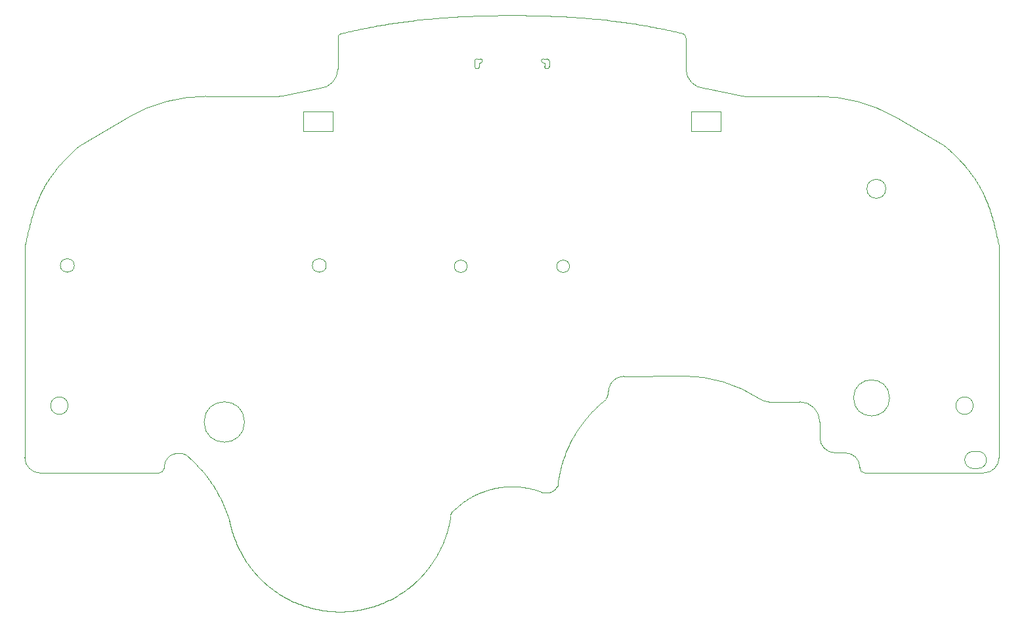
<source format=gbr>
%TF.GenerationSoftware,KiCad,Pcbnew,7.0.6*%
%TF.CreationDate,2023-11-08T16:21:37-08:00*%
%TF.ProjectId,UGC_Main,5547435f-4d61-4696-9e2e-6b696361645f,rev?*%
%TF.SameCoordinates,Original*%
%TF.FileFunction,Profile,NP*%
%FSLAX46Y46*%
G04 Gerber Fmt 4.6, Leading zero omitted, Abs format (unit mm)*
G04 Created by KiCad (PCBNEW 7.0.6) date 2023-11-08 16:21:37*
%MOMM*%
%LPD*%
G01*
G04 APERTURE LIST*
%TA.AperFunction,Profile*%
%ADD10C,0.100000*%
%TD*%
%ADD11C,0.100000*%
%TA.AperFunction,Profile*%
%ADD12C,0.010000*%
%TD*%
G04 APERTURE END LIST*
D10*
X251699065Y-133907489D02*
X255662403Y-133907489D01*
X278062403Y-140310367D02*
X278662403Y-140310367D01*
X278069472Y-134406457D02*
G75*
G03*
X278069472Y-134406457I-1125000J0D01*
G01*
X173050054Y-143100054D02*
G75*
G03*
X173700054Y-142450034I-54J650054D01*
G01*
D11*
X209800390Y-151813037D02*
X209838591Y-151714319D01*
X209876062Y-151615343D01*
X209912800Y-151516115D01*
X209948805Y-151416637D01*
X209984076Y-151316914D01*
X210018612Y-151216950D01*
X210052411Y-151116749D01*
X210085473Y-151016315D01*
X210117796Y-150915653D01*
X210149379Y-150814766D01*
X210180221Y-150713659D01*
X210210321Y-150612335D01*
X210239679Y-150510799D01*
X210268292Y-150409055D01*
X210296160Y-150307108D01*
X210323282Y-150204960D01*
X210349657Y-150102616D01*
X210375283Y-150000081D01*
X210400159Y-149897359D01*
X210424285Y-149794453D01*
X210447659Y-149691368D01*
X210470280Y-149588107D01*
X210492147Y-149484676D01*
X210513259Y-149381077D01*
X210533615Y-149277316D01*
X210553214Y-149173396D01*
X210572055Y-149069321D01*
X210590136Y-148965096D01*
X210607456Y-148860725D01*
X210624015Y-148756211D01*
X210639812Y-148651559D01*
X210654845Y-148546774D01*
X281400613Y-113949997D02*
X281349553Y-113695303D01*
X281298583Y-113445263D01*
X281247657Y-113199768D01*
X281196728Y-112958707D01*
X281145751Y-112721972D01*
X281094679Y-112489454D01*
X281043468Y-112261043D01*
X280992071Y-112036629D01*
X280940442Y-111816105D01*
X280888535Y-111599360D01*
X280836306Y-111386285D01*
X280783707Y-111176771D01*
X280730692Y-110970709D01*
X280677217Y-110767989D01*
X280623235Y-110568503D01*
X280568700Y-110372140D01*
X280513567Y-110178792D01*
X280457789Y-109988349D01*
X280401322Y-109800703D01*
X280344118Y-109615743D01*
X280286132Y-109433361D01*
X280227318Y-109253447D01*
X280167630Y-109075893D01*
X280107024Y-108900588D01*
X280045451Y-108727423D01*
X279982868Y-108556290D01*
X279919227Y-108387080D01*
X279854483Y-108219681D01*
X279788591Y-108053987D01*
X279721504Y-107889886D01*
X279653176Y-107727271D01*
X279583563Y-107566032D01*
D10*
X248161074Y-94433829D02*
X243736026Y-93506106D01*
X245462403Y-99013597D02*
X241662403Y-99013597D01*
D11*
X193399345Y-160699358D02*
X193572673Y-160734286D01*
X193746316Y-160767077D01*
X193920254Y-160797731D01*
X194094469Y-160826248D01*
X194268939Y-160852627D01*
X194443646Y-160876867D01*
X194618570Y-160898968D01*
X194793692Y-160918929D01*
X194968992Y-160936751D01*
X195144450Y-160952433D01*
X195320046Y-160965973D01*
X195495762Y-160977373D01*
X195671578Y-160986631D01*
X195847474Y-160993746D01*
X196023430Y-160998720D01*
X196199428Y-161001550D01*
X196375446Y-161002237D01*
X196551467Y-161000780D01*
X196727470Y-160997178D01*
X196903435Y-160991432D01*
X197079344Y-160983541D01*
X197255176Y-160973504D01*
X197430912Y-160961320D01*
X197606533Y-160946991D01*
X197782018Y-160930514D01*
X197957349Y-160911890D01*
X198132505Y-160891118D01*
X198307468Y-160868197D01*
X198482217Y-160843128D01*
X198656733Y-160815910D01*
X198830997Y-160786542D01*
X199004989Y-160755024D01*
D10*
X157724193Y-143100034D02*
X173050054Y-143100034D01*
D11*
X214248007Y-145744632D02*
X214367138Y-145693026D01*
X214486824Y-145642905D01*
X214607049Y-145594271D01*
X214727801Y-145547127D01*
X214849064Y-145501477D01*
X214970826Y-145457324D01*
X215093071Y-145414671D01*
X215215785Y-145373521D01*
X215338956Y-145333876D01*
X215462568Y-145295742D01*
X215586607Y-145259120D01*
X215711060Y-145224014D01*
X215835912Y-145190426D01*
X215961149Y-145158361D01*
X216086758Y-145127821D01*
X216212724Y-145098810D01*
X216339033Y-145071330D01*
X216465671Y-145045385D01*
X216592623Y-145020978D01*
X216719877Y-144998112D01*
X216847418Y-144976791D01*
X216975231Y-144957017D01*
X217103304Y-144938793D01*
X217231621Y-144922124D01*
X217360168Y-144907011D01*
X217488932Y-144893459D01*
X217617898Y-144881470D01*
X217747053Y-144871047D01*
X217876383Y-144862194D01*
X218005872Y-144854914D01*
X218135508Y-144849210D01*
X218265276Y-144845086D01*
D10*
X230850976Y-133289438D02*
X231048517Y-132244219D01*
D11*
X279583563Y-107566032D02*
X279509529Y-107399188D01*
X279431572Y-107228492D01*
X279349422Y-107053974D01*
X279262810Y-106875666D01*
X279217746Y-106785100D01*
X279171465Y-106693598D01*
X279123933Y-106601165D01*
X279075117Y-106507802D01*
X279024983Y-106413516D01*
X278973496Y-106318309D01*
X278920624Y-106222185D01*
X278866333Y-106125148D01*
X278810588Y-106027203D01*
X278753356Y-105928352D01*
X278694603Y-105828600D01*
X278634297Y-105727951D01*
X278572401Y-105626408D01*
X278508884Y-105523976D01*
X278443711Y-105420657D01*
X278376849Y-105316457D01*
X278308263Y-105211379D01*
X278237921Y-105105427D01*
X278165787Y-104998605D01*
X278091830Y-104890916D01*
X278016014Y-104782364D01*
X277938306Y-104672954D01*
X277858672Y-104562689D01*
X277777079Y-104451574D01*
D10*
X248161075Y-94433823D02*
G75*
G03*
X248571458Y-94476386I410425J1957523D01*
G01*
D11*
X218562403Y-84017762D02*
X218167786Y-84017926D01*
X217771966Y-84019234D01*
X217375012Y-84021713D01*
X216976992Y-84025385D01*
X216577974Y-84030275D01*
X216178025Y-84036409D01*
X215777214Y-84043810D01*
X215375610Y-84052503D01*
X214973280Y-84062512D01*
X214570292Y-84073863D01*
X214166715Y-84086579D01*
X213762616Y-84100686D01*
X213358064Y-84116207D01*
X212953127Y-84133167D01*
X212547872Y-84151592D01*
X212142369Y-84171504D01*
X211736685Y-84192930D01*
X211330888Y-84215893D01*
X210925047Y-84240418D01*
X210519229Y-84266529D01*
X210113503Y-84294251D01*
X209707936Y-84323609D01*
X209302598Y-84354627D01*
X208897555Y-84387330D01*
X208492876Y-84421742D01*
X208088630Y-84457888D01*
X207684884Y-84495791D01*
X207281706Y-84535478D01*
X206879165Y-84576972D01*
X206477328Y-84620298D01*
X206076264Y-84665480D01*
X205676042Y-84712544D01*
D10*
X155724193Y-113949997D02*
X155724193Y-141100034D01*
X193695232Y-93466257D02*
G75*
G03*
X196118511Y-90913597I-132832J2552657D01*
G01*
X233001720Y-130615669D02*
G75*
G03*
X231048517Y-132244219I11980J-1999931D01*
G01*
D11*
X199004989Y-160755024D02*
X199177997Y-160721493D01*
X199350488Y-160685873D01*
X199522441Y-160648171D01*
X199693841Y-160608395D01*
X199864667Y-160566551D01*
X200034903Y-160522648D01*
X200204529Y-160476692D01*
X200373528Y-160428691D01*
X200541882Y-160378652D01*
X200709571Y-160326583D01*
X200876579Y-160272491D01*
X201042887Y-160216383D01*
X201208477Y-160158267D01*
X201373330Y-160098151D01*
X201537429Y-160036041D01*
X201700755Y-159971945D01*
X201863290Y-159905870D01*
X202025016Y-159837824D01*
X202185915Y-159767814D01*
X202345968Y-159695848D01*
X202505158Y-159621932D01*
X202663466Y-159546075D01*
X202820874Y-159468283D01*
X202977364Y-159388565D01*
X203132917Y-159306927D01*
X203287516Y-159223376D01*
X203441142Y-159137921D01*
X203593778Y-159050568D01*
X203745404Y-158961325D01*
X203896003Y-158870200D01*
X204045557Y-158777199D01*
X204194048Y-158682331D01*
D10*
X169129196Y-97141580D02*
X162926493Y-100710882D01*
X162112726Y-116301784D02*
G75*
G03*
X162112726Y-116301784I-900000J0D01*
G01*
X184068511Y-136513597D02*
G75*
G03*
X184068511Y-136513597I-2606108J0D01*
G01*
X193695232Y-93466251D02*
G75*
G03*
X193388780Y-93506107I103768J-1995949D01*
G01*
X241662403Y-96413597D02*
X245462403Y-96413597D01*
X179104390Y-94476370D02*
G75*
G03*
X169129196Y-97141580I10J-19999930D01*
G01*
X182152676Y-149391293D02*
G75*
G03*
X182133834Y-149316484I-784876J-157907D01*
G01*
X230667267Y-133590775D02*
G75*
G03*
X230850976Y-133289438I-307567J394175D01*
G01*
D11*
X179050952Y-143359429D02*
X179159315Y-143499694D01*
X179267654Y-143642810D01*
X179375893Y-143788789D01*
X179483958Y-143937641D01*
X179591772Y-144089377D01*
X179699262Y-144244009D01*
X179806352Y-144401546D01*
X179912967Y-144562000D01*
X180019031Y-144725382D01*
X180124470Y-144891703D01*
X180229208Y-145060974D01*
X180333170Y-145233206D01*
X180436282Y-145408409D01*
X180538468Y-145586595D01*
X180639653Y-145767775D01*
X180739761Y-145951960D01*
X180838718Y-146139160D01*
X180936449Y-146329387D01*
X181032878Y-146522651D01*
X181127931Y-146718964D01*
X181221532Y-146918336D01*
X181313605Y-147120778D01*
X181404077Y-147326302D01*
X181492872Y-147534918D01*
X181579914Y-147746637D01*
X181665129Y-147961471D01*
X181748441Y-148179429D01*
X181829776Y-148400524D01*
X181909057Y-148624766D01*
X181986211Y-148852166D01*
X182061162Y-149082735D01*
X182133835Y-149316484D01*
D10*
X278662403Y-142516833D02*
G75*
G03*
X278662403Y-140310367I-3J1103233D01*
G01*
X279400613Y-143100013D02*
G75*
G03*
X281400613Y-141100034I-13J2000013D01*
G01*
X225984198Y-116413597D02*
G75*
G03*
X225984198Y-116413597I-821795J0D01*
G01*
D11*
X205676042Y-84712544D02*
X205330995Y-84754711D01*
X204989958Y-84797827D01*
X204652915Y-84841854D01*
X204319850Y-84886754D01*
X203990748Y-84932488D01*
X203665594Y-84979020D01*
X203344372Y-85026310D01*
X203027067Y-85074320D01*
X202713663Y-85123014D01*
X202404146Y-85172351D01*
X202098499Y-85222296D01*
X201796707Y-85272809D01*
X201498756Y-85323852D01*
X201204629Y-85375387D01*
X200914312Y-85427377D01*
X200627788Y-85479783D01*
X200345043Y-85532568D01*
X200066061Y-85585692D01*
X199790826Y-85639119D01*
X199519324Y-85692809D01*
X199251540Y-85746726D01*
X198987456Y-85800831D01*
X198727059Y-85855086D01*
X198470333Y-85909452D01*
X198217263Y-85963892D01*
X197967832Y-86018369D01*
X197722027Y-86072843D01*
X197479831Y-86127276D01*
X197241229Y-86181631D01*
X197006205Y-86235870D01*
X196774745Y-86289955D01*
X196546833Y-86343847D01*
D10*
X245462403Y-96413597D02*
X245462403Y-99013597D01*
X155724166Y-141100034D02*
G75*
G03*
X157724193Y-143100034I2000034J34D01*
G01*
X258268511Y-136513597D02*
G75*
G03*
X255662403Y-133907489I-2606111J-3D01*
G01*
D11*
X231448764Y-84712544D02*
X231048541Y-84665480D01*
X230647477Y-84620298D01*
X230245640Y-84576972D01*
X229843099Y-84535478D01*
X229439921Y-84495791D01*
X229036175Y-84457888D01*
X228631929Y-84421742D01*
X228227250Y-84387330D01*
X227822207Y-84354627D01*
X227416869Y-84323609D01*
X227011302Y-84294251D01*
X226605576Y-84266529D01*
X226199758Y-84240418D01*
X225793917Y-84215893D01*
X225388120Y-84192930D01*
X224982436Y-84171504D01*
X224576933Y-84151592D01*
X224171678Y-84133167D01*
X223766741Y-84116207D01*
X223362189Y-84100686D01*
X222958090Y-84086579D01*
X222554513Y-84073863D01*
X222151525Y-84062512D01*
X221749195Y-84052503D01*
X221347591Y-84043810D01*
X220946780Y-84036409D01*
X220546831Y-84030275D01*
X220147813Y-84025385D01*
X219749793Y-84021713D01*
X219352839Y-84019234D01*
X218957019Y-84017926D01*
X218562403Y-84017762D01*
X277777079Y-104451574D02*
X277680774Y-104322742D01*
X277583164Y-104194604D01*
X277484280Y-104067168D01*
X277384151Y-103940440D01*
X277282808Y-103814429D01*
X277180281Y-103689143D01*
X277076600Y-103564588D01*
X276971796Y-103440772D01*
X276865899Y-103317704D01*
X276758940Y-103195390D01*
X276650948Y-103073839D01*
X276541954Y-102953057D01*
X276431988Y-102833053D01*
X276321081Y-102713835D01*
X276209263Y-102595409D01*
X276096564Y-102477784D01*
X275983014Y-102360967D01*
X275868644Y-102244966D01*
X275753484Y-102129788D01*
X275637565Y-102015442D01*
X275520916Y-101901934D01*
X275403568Y-101789272D01*
X275285552Y-101677464D01*
X275166897Y-101566518D01*
X275047634Y-101456441D01*
X274927793Y-101347241D01*
X274807405Y-101238925D01*
X274686500Y-101131502D01*
X274565107Y-101024978D01*
X274443259Y-100919362D01*
X274320984Y-100814660D01*
X274198313Y-100710882D01*
D10*
X263424752Y-142350034D02*
G75*
G03*
X261575267Y-140500548I-1849452J34D01*
G01*
X278062403Y-140310373D02*
G75*
G03*
X278062403Y-142516827I-3J-1103227D01*
G01*
D11*
X173901754Y-141510152D02*
X173951968Y-141416538D01*
X174007543Y-141326233D01*
X174068294Y-141239447D01*
X174134036Y-141156388D01*
X174204584Y-141077264D01*
X174279755Y-141002285D01*
X174311076Y-140973501D01*
D10*
X191662403Y-96413597D02*
X195462403Y-96413597D01*
D11*
X176269159Y-140646623D02*
X176372016Y-140693619D01*
X176471649Y-140746754D01*
X176567778Y-140805880D01*
X176660125Y-140870849D01*
X176748413Y-140941515D01*
X176776892Y-140966311D01*
D10*
X267995607Y-97141585D02*
G75*
G03*
X258020416Y-94476386I-9975207J-17334815D01*
G01*
D11*
X240577973Y-86343847D02*
X240350060Y-86289955D01*
X240118600Y-86235870D01*
X239883576Y-86181631D01*
X239644974Y-86127276D01*
X239402778Y-86072843D01*
X239156973Y-86018369D01*
X238907542Y-85963892D01*
X238654472Y-85909452D01*
X238397746Y-85855086D01*
X238137349Y-85800831D01*
X237873265Y-85746726D01*
X237605481Y-85692809D01*
X237333979Y-85639119D01*
X237058744Y-85585692D01*
X236779762Y-85532568D01*
X236497017Y-85479783D01*
X236210493Y-85427377D01*
X235920176Y-85375387D01*
X235626049Y-85323852D01*
X235328098Y-85272809D01*
X235026306Y-85222296D01*
X234720659Y-85172351D01*
X234411142Y-85123014D01*
X234097738Y-85074320D01*
X233780433Y-85026310D01*
X233459211Y-84979020D01*
X233134057Y-84932488D01*
X232804955Y-84886754D01*
X232471890Y-84841854D01*
X232134847Y-84797827D01*
X231793810Y-84754711D01*
X231448764Y-84712544D01*
X175701625Y-140507849D02*
X175811103Y-140520116D01*
X175919481Y-140538804D01*
X176026475Y-140563848D01*
X176131803Y-140595181D01*
X176235181Y-140632734D01*
X176269159Y-140646623D01*
D10*
X161305334Y-134406457D02*
G75*
G03*
X161305334Y-134406457I-1125000J0D01*
G01*
X191662403Y-99013597D02*
X191662403Y-96413597D01*
D11*
X224432545Y-144857752D02*
X224454221Y-144658349D01*
X224478315Y-144459359D01*
X224504821Y-144260802D01*
X224533731Y-144062698D01*
X224565040Y-143865067D01*
X224598741Y-143667928D01*
X224634830Y-143471301D01*
X224673298Y-143275206D01*
X224714141Y-143079663D01*
X224757352Y-142884692D01*
X224802924Y-142690313D01*
X224850853Y-142496545D01*
X224901131Y-142303408D01*
X224953752Y-142110922D01*
X225008711Y-141919106D01*
X225066000Y-141727982D01*
X225125615Y-141537568D01*
X225187549Y-141347884D01*
X225251795Y-141158951D01*
X225318347Y-140970787D01*
X225387200Y-140783413D01*
X225458347Y-140596849D01*
X225531782Y-140411114D01*
X225607499Y-140226229D01*
X225685492Y-140042212D01*
X225765754Y-139859085D01*
X225848280Y-139676866D01*
X225933063Y-139495576D01*
X226020097Y-139315234D01*
X226109376Y-139135860D01*
X226200893Y-138957474D01*
X226294644Y-138780097D01*
D10*
X173901764Y-141510157D02*
G75*
G03*
X173700054Y-142350034I1647536J-839843D01*
G01*
X243736028Y-93506099D02*
G75*
G03*
X243429574Y-93466252I-410328J-1957401D01*
G01*
D11*
X208210562Y-154793847D02*
X208270668Y-154706626D01*
X208330122Y-154618986D01*
X208388921Y-154530929D01*
X208447064Y-154442460D01*
X208504548Y-154353582D01*
X208561372Y-154264299D01*
X208617533Y-154174615D01*
X208673029Y-154084534D01*
X208727859Y-153994058D01*
X208782020Y-153903193D01*
X208835511Y-153811941D01*
X208888329Y-153720307D01*
X208940472Y-153628294D01*
X208991939Y-153535905D01*
X209042728Y-153443146D01*
X209092836Y-153350018D01*
X209142261Y-153256527D01*
X209191002Y-153162676D01*
X209239057Y-153068468D01*
X209286423Y-152973908D01*
X209333098Y-152878999D01*
X209379082Y-152783744D01*
X209424370Y-152688148D01*
X209468962Y-152592215D01*
X209512856Y-152495947D01*
X209556050Y-152399349D01*
X209598541Y-152302425D01*
X209640327Y-152205178D01*
X209681407Y-152107612D01*
X209721779Y-152009730D01*
X209761440Y-151911537D01*
X209800390Y-151813037D01*
D10*
X210870983Y-148102507D02*
G75*
G03*
X210654844Y-148546773I576317J-555093D01*
G01*
X195462403Y-99013597D02*
X191662403Y-99013597D01*
D11*
X228209844Y-135957404D02*
X228278948Y-135875944D01*
X228348579Y-135794938D01*
X228418734Y-135714389D01*
X228489411Y-135634301D01*
X228560606Y-135554675D01*
X228632315Y-135475516D01*
X228704536Y-135396825D01*
X228777266Y-135318607D01*
X228850501Y-135240864D01*
X228924238Y-135163598D01*
X228998475Y-135086814D01*
X229073208Y-135010514D01*
X229148434Y-134934701D01*
X229224150Y-134859378D01*
X229300352Y-134784547D01*
X229377039Y-134710213D01*
X229454206Y-134636378D01*
X229531850Y-134563045D01*
X229609969Y-134490217D01*
X229688559Y-134417897D01*
X229767618Y-134346088D01*
X229847141Y-134274793D01*
X229927126Y-134204015D01*
X230007570Y-134133758D01*
X230088470Y-134064023D01*
X230169822Y-133994814D01*
X230251624Y-133926134D01*
X230333872Y-133857986D01*
X230416564Y-133790373D01*
X230499695Y-133723298D01*
X230583264Y-133656764D01*
X230667267Y-133590775D01*
D10*
X188553348Y-94476386D02*
X179104390Y-94476386D01*
X250594279Y-133574672D02*
G75*
G03*
X240513135Y-130570572I-9972779J-15049428D01*
G01*
X281400613Y-141100034D02*
X281400613Y-113949997D01*
X188553348Y-94476385D02*
G75*
G03*
X188963732Y-94433828I52J1999485D01*
G01*
X212784198Y-116413597D02*
G75*
G03*
X212784198Y-116413597I-821795J0D01*
G01*
X196546840Y-86343865D02*
G75*
G03*
X196118511Y-86959509I228260J-615635D01*
G01*
D11*
X218265276Y-144845086D02*
X218403763Y-144842431D01*
X218542232Y-144841578D01*
X218680666Y-144842527D01*
X218819047Y-144845275D01*
X218957358Y-144849822D01*
X219095580Y-144856166D01*
X219233696Y-144864305D01*
X219371690Y-144874239D01*
X219509542Y-144885965D01*
X219647236Y-144899482D01*
X219784753Y-144914789D01*
X219922077Y-144931885D01*
X220059190Y-144950768D01*
X220196074Y-144971436D01*
X220332712Y-144993889D01*
X220469086Y-145018125D01*
D10*
X260268511Y-140500548D02*
X261575267Y-140500548D01*
D11*
X210870964Y-148102489D02*
X210961642Y-148009489D01*
X211053397Y-147917653D01*
X211146217Y-147826988D01*
X211240090Y-147737503D01*
X211335004Y-147649207D01*
X211430947Y-147562107D01*
X211527908Y-147476212D01*
X211625874Y-147391530D01*
X211724834Y-147308069D01*
X211824776Y-147225838D01*
X211925688Y-147144845D01*
X212027558Y-147065098D01*
X212130375Y-146986606D01*
X212234126Y-146909377D01*
X212338801Y-146833418D01*
X212444386Y-146758739D01*
X212550870Y-146685348D01*
X212658242Y-146613252D01*
X212766490Y-146542461D01*
X212875601Y-146472983D01*
X212985564Y-146404825D01*
X213096368Y-146337996D01*
X213207999Y-146272505D01*
X213320448Y-146208359D01*
X213433700Y-146145567D01*
X213547746Y-146084138D01*
X213662572Y-146024079D01*
X213778168Y-145965398D01*
X213894521Y-145908105D01*
X214011620Y-145852208D01*
X214129452Y-145797714D01*
X214248007Y-145744632D01*
D10*
X278662403Y-142516827D02*
X278062403Y-142516827D01*
X263424766Y-142450034D02*
G75*
G03*
X264074752Y-143100034I650034J34D01*
G01*
X173700054Y-142450034D02*
X173700054Y-142350034D01*
D11*
X182152678Y-149391293D02*
X182188541Y-149564106D01*
X182226489Y-149736370D01*
X182266516Y-149908066D01*
X182308613Y-150079177D01*
X182352774Y-150249684D01*
X182398990Y-150419570D01*
X182447255Y-150588816D01*
X182497561Y-150757405D01*
X182549901Y-150925319D01*
X182604267Y-151092540D01*
X182660652Y-151259049D01*
X182719048Y-151424828D01*
X182779448Y-151589861D01*
X182841845Y-151754129D01*
X182906231Y-151917613D01*
X182972598Y-152080296D01*
X183040940Y-152242160D01*
X183111249Y-152403187D01*
X183183518Y-152563359D01*
X183257738Y-152722658D01*
X183333903Y-152881066D01*
X183412006Y-153038565D01*
X183492038Y-153195137D01*
X183573993Y-153350765D01*
X183657863Y-153505429D01*
X183743641Y-153659113D01*
X183831319Y-153811798D01*
X183920889Y-153963466D01*
X184012345Y-154114099D01*
X184105679Y-154263680D01*
X184200884Y-154412190D01*
X184297952Y-154559612D01*
D10*
X241006295Y-90913597D02*
X241006295Y-86959509D01*
X241006310Y-86959509D02*
G75*
G03*
X240577973Y-86343847I-656610J9D01*
G01*
X258268511Y-136513597D02*
X258268511Y-138500548D01*
X196118511Y-86959509D02*
X196118511Y-90913597D01*
X241662403Y-99013597D02*
X241662403Y-96413597D01*
D11*
X220469086Y-145018125D02*
X220605407Y-145044187D01*
X220741336Y-145072017D01*
X220876857Y-145101608D01*
X221011952Y-145132955D01*
X221146603Y-145166054D01*
X221280796Y-145200900D01*
X221414511Y-145237488D01*
X221547733Y-145275812D01*
X221680445Y-145315868D01*
X221812629Y-145357651D01*
X221944269Y-145401155D01*
X222075348Y-145446375D01*
X222205848Y-145493308D01*
X222335754Y-145541947D01*
X222465048Y-145592287D01*
X222593713Y-145644325D01*
X204194048Y-158682331D02*
X204341454Y-158585602D01*
X204487590Y-158487137D01*
X204632439Y-158386950D01*
X204775989Y-158285054D01*
X204918225Y-158181462D01*
X205059133Y-158076189D01*
X205198699Y-157969249D01*
X205336908Y-157860654D01*
X205473748Y-157750419D01*
X205609204Y-157638558D01*
X205743261Y-157525083D01*
X205875906Y-157410010D01*
X206007124Y-157293351D01*
X206136902Y-157175120D01*
X206265226Y-157055332D01*
X206392081Y-156933999D01*
X206517454Y-156811135D01*
X206641329Y-156686755D01*
X206763694Y-156560872D01*
X206884534Y-156433499D01*
X207003836Y-156304650D01*
X207121584Y-156174340D01*
X207237765Y-156042581D01*
X207352366Y-155909388D01*
X207465371Y-155774774D01*
X207576767Y-155638753D01*
X207686539Y-155501339D01*
X207794675Y-155362545D01*
X207901159Y-155222385D01*
X208005977Y-155080873D01*
X208109116Y-154938022D01*
X208210562Y-154793847D01*
X176776892Y-140966311D02*
X176899462Y-141076212D01*
X177019102Y-141185295D01*
X177135774Y-141293417D01*
X177249438Y-141400430D01*
X177360054Y-141506192D01*
X177467583Y-141610557D01*
X177571986Y-141713380D01*
X177673223Y-141814516D01*
X177771256Y-141913822D01*
X177866044Y-142011151D01*
X177957548Y-142106360D01*
X178045730Y-142199303D01*
X178130549Y-142289835D01*
X178211967Y-142377813D01*
X178289943Y-142463090D01*
X178364439Y-142545523D01*
X178435416Y-142624967D01*
X178502834Y-142701276D01*
X178626834Y-142843912D01*
X178736127Y-142972274D01*
X178830397Y-143085203D01*
X178909329Y-143181542D01*
X178972608Y-143260131D01*
X179037491Y-143342201D01*
X179050952Y-143359429D01*
D10*
X233001720Y-130615670D02*
X240513135Y-130570572D01*
D11*
X174311076Y-140973501D02*
X174396363Y-140901522D01*
X174485825Y-140834925D01*
X174579246Y-140773844D01*
X174632779Y-140742342D01*
D10*
X266784875Y-106413597D02*
G75*
G03*
X266784875Y-106413597I-1222472J0D01*
G01*
X194611677Y-116301784D02*
G75*
G03*
X194611677Y-116301784I-900000J0D01*
G01*
X274198313Y-100710882D02*
X267995610Y-97141580D01*
D11*
X184297952Y-154559612D02*
X184396601Y-154705526D01*
X184496965Y-154850146D01*
X184599030Y-154993460D01*
X184702783Y-155135453D01*
X184808210Y-155276111D01*
X184915296Y-155415421D01*
X185024027Y-155553370D01*
X185134390Y-155689943D01*
X185246371Y-155825127D01*
X185359956Y-155958908D01*
X185475130Y-156091272D01*
X185591881Y-156222206D01*
X185710194Y-156351697D01*
X185830055Y-156479730D01*
X185951450Y-156606292D01*
X186074366Y-156731369D01*
X186198788Y-156854947D01*
X186324702Y-156977013D01*
X186452095Y-157097553D01*
X186580953Y-157216554D01*
X186711261Y-157334002D01*
X186843007Y-157449882D01*
X186976175Y-157564182D01*
X187110752Y-157676888D01*
X187246725Y-157787985D01*
X187384078Y-157897461D01*
X187522799Y-158005302D01*
X187662873Y-158111494D01*
X187804287Y-158216023D01*
X187947026Y-158318876D01*
X188091076Y-158420039D01*
X188236425Y-158519499D01*
X226294644Y-138780097D02*
X226345368Y-138686256D01*
X226396702Y-138592742D01*
X226448643Y-138499559D01*
X226501189Y-138406710D01*
X226554338Y-138314199D01*
X226608089Y-138222029D01*
X226662437Y-138130205D01*
X226717383Y-138038730D01*
X226772924Y-137947607D01*
X226829058Y-137856840D01*
X226885782Y-137766433D01*
X226943095Y-137676389D01*
X227000994Y-137586712D01*
X227059479Y-137497406D01*
X227118546Y-137408474D01*
X227178193Y-137319920D01*
X227238419Y-137231747D01*
X227299221Y-137143960D01*
X227360598Y-137056561D01*
X227422548Y-136969554D01*
X227485067Y-136882944D01*
X227548155Y-136796733D01*
X227611809Y-136710926D01*
X227676028Y-136625525D01*
X227740809Y-136540535D01*
X227806149Y-136455959D01*
X227872048Y-136371801D01*
X227938503Y-136288064D01*
X228005512Y-136204752D01*
X228073074Y-136121869D01*
X228141185Y-136039418D01*
X228209844Y-135957404D01*
D10*
X195462403Y-96413597D02*
X195462403Y-99013597D01*
X258268452Y-138500548D02*
G75*
G03*
X260268511Y-140500548I2000048J48D01*
G01*
X250594298Y-133574644D02*
G75*
G03*
X251699065Y-133907489I1104802J1667144D01*
G01*
D11*
X162926493Y-100710882D02*
X162648574Y-100947820D01*
X162380316Y-101182903D01*
X162121547Y-101415985D01*
X161872097Y-101646918D01*
X161631794Y-101875558D01*
X161400468Y-102101759D01*
X161177948Y-102325373D01*
X160964062Y-102546255D01*
X160758640Y-102764260D01*
X160561511Y-102979240D01*
X160372505Y-103191051D01*
X160191449Y-103399545D01*
X160018173Y-103604577D01*
X159852507Y-103806001D01*
X159694279Y-104003671D01*
X159543319Y-104197440D01*
X159399454Y-104387162D01*
X159262516Y-104572693D01*
X159132332Y-104753884D01*
X159008732Y-104930591D01*
X158891544Y-105102668D01*
X158780598Y-105269967D01*
X158675723Y-105432344D01*
X158576748Y-105589652D01*
X158483503Y-105741746D01*
X158395815Y-105888478D01*
X158313514Y-106029703D01*
X158236430Y-106165275D01*
X158164391Y-106295048D01*
X158097227Y-106418876D01*
X158034766Y-106536612D01*
X157976838Y-106648112D01*
X188236425Y-158519499D02*
X188383468Y-158617511D01*
X188531616Y-158713673D01*
X188680852Y-158807976D01*
X188831157Y-158900413D01*
X188982511Y-158990976D01*
X189134899Y-159079657D01*
X189288299Y-159166448D01*
X189442696Y-159251343D01*
X189598070Y-159334332D01*
X189754403Y-159415408D01*
X189911676Y-159494563D01*
X190069872Y-159571790D01*
X190228973Y-159647080D01*
X190388959Y-159720426D01*
X190549812Y-159791821D01*
X190711515Y-159861256D01*
X190874049Y-159928723D01*
X191037396Y-159994216D01*
X191201537Y-160057725D01*
X191366454Y-160119244D01*
X191532130Y-160178764D01*
X191698544Y-160236278D01*
X191865680Y-160291777D01*
X192033519Y-160345255D01*
X192202043Y-160396703D01*
X192371233Y-160446114D01*
X192541071Y-160493480D01*
X192711539Y-160538792D01*
X192882619Y-160582044D01*
X193054292Y-160623228D01*
X193226540Y-160662335D01*
X193399345Y-160699358D01*
D10*
X222593708Y-145644340D02*
G75*
G03*
X224432545Y-144857752I461392J1464040D01*
G01*
X241006295Y-90913597D02*
G75*
G03*
X243429574Y-93466252I2556105J-3D01*
G01*
D11*
X157976838Y-106648112D02*
X157880219Y-106839175D01*
X157786021Y-107031909D01*
X157694171Y-107226387D01*
X157604596Y-107422681D01*
X157517222Y-107620863D01*
X157431979Y-107821006D01*
X157348791Y-108023183D01*
X157267587Y-108227464D01*
X157188293Y-108433924D01*
X157110837Y-108642633D01*
X157035145Y-108853665D01*
X156961146Y-109067092D01*
X156888765Y-109282987D01*
X156817931Y-109501421D01*
X156748569Y-109722466D01*
X156680608Y-109946197D01*
X156613974Y-110172684D01*
X156548595Y-110401999D01*
X156484398Y-110634217D01*
X156421309Y-110869408D01*
X156359256Y-111107645D01*
X156298166Y-111349001D01*
X156237966Y-111593548D01*
X156178583Y-111841358D01*
X156119945Y-112092503D01*
X156061977Y-112347057D01*
X156004609Y-112605090D01*
X155947766Y-112866677D01*
X155891376Y-113131888D01*
X155835365Y-113400797D01*
X155779662Y-113673476D01*
X155724193Y-113949997D01*
D10*
X267269472Y-133406457D02*
G75*
G03*
X267269472Y-133406457I-2325000J0D01*
G01*
D11*
X174632779Y-140742342D02*
X174729805Y-140691156D01*
X174829607Y-140645848D01*
X174931935Y-140606518D01*
X174989784Y-140587288D01*
D10*
X193388780Y-93506106D02*
X188963732Y-94433829D01*
X263424752Y-142350034D02*
X263424752Y-142450034D01*
X258020416Y-94476386D02*
X248571458Y-94476386D01*
D11*
X174989784Y-140587288D02*
X175098333Y-140556761D01*
X175208363Y-140532896D01*
X175319541Y-140515725D01*
X175431531Y-140505281D01*
X175544000Y-140501594D01*
X175656614Y-140504698D01*
X175701625Y-140507849D01*
D10*
X264074752Y-143100034D02*
X279400613Y-143100034D01*
D12*
%TO.C,J4*%
X213762403Y-89883597D02*
X213762403Y-90633597D01*
X214362403Y-90133597D02*
X214512403Y-90133597D01*
X214362403Y-90633597D02*
X214362403Y-90133597D01*
X214512403Y-89633597D02*
X214062403Y-89633597D01*
X222612403Y-90133597D02*
X222762403Y-90133597D01*
X222762403Y-90133597D02*
X222762403Y-90633597D01*
X223062403Y-89633597D02*
X222612403Y-89633597D01*
X223362403Y-90633597D02*
X223362403Y-89883597D01*
X214062403Y-89633597D02*
G75*
G03*
X213762403Y-89883597I-25000J-275000D01*
G01*
X213762403Y-90633597D02*
G75*
G03*
X214362403Y-90633597I300000J0D01*
G01*
X214512403Y-90133597D02*
G75*
G03*
X214512403Y-89633597I0J250000D01*
G01*
X222612403Y-89633597D02*
G75*
G03*
X222612403Y-90133597I0J-250000D01*
G01*
X223362403Y-89883597D02*
G75*
G03*
X223062403Y-89633597I-275000J-25000D01*
G01*
X222762403Y-90633597D02*
G75*
G03*
X223362403Y-90633597I300000J0D01*
G01*
%TD*%
M02*

</source>
